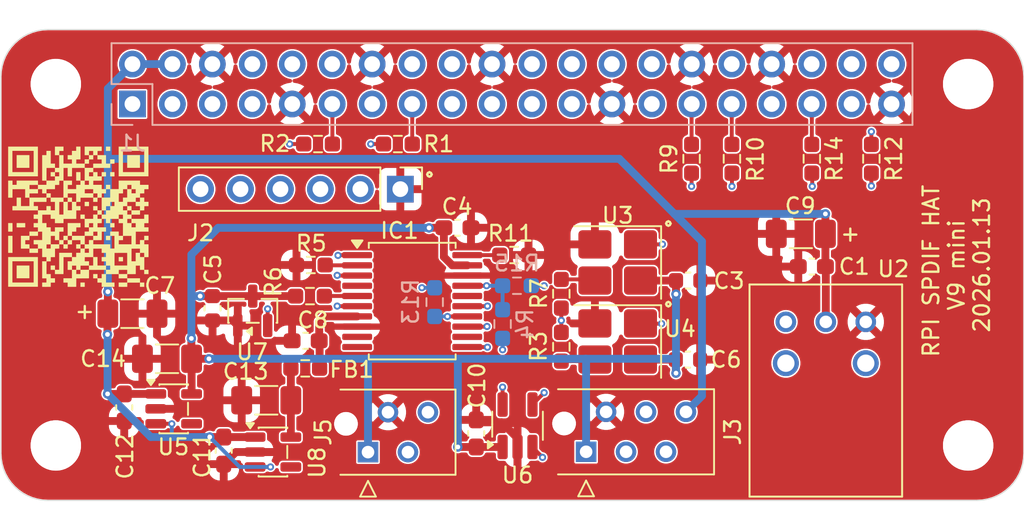
<source format=kicad_pcb>
(kicad_pcb (version 20241229) (generator "pcbnew") (generator_version "9.0")
  (title_block (date "2025-12-20"))
  (layers (0 "F.Cu" signal) (4 "In1.Cu" signal) (6 "In2.Cu" signal) (2 "B.Cu" signal) (13 "F.Paste" user) (15 "B.Paste" user) (5 "F.SilkS" user "F.Silkscreen") (7 "B.SilkS" user "B.Silkscreen") (1 "F.Mask" user) (3 "B.Mask" user) (25 "Edge.Cuts" user))
  (net 0 "")
  (net 1 "GND")
  (net 2 "/GPIO2{slash}SDA1")
  (net 3 "/GPIO3{slash}SCL1")
  (net 4 "/GPIO4{slash}GPCLK0")
  (net 5 "/GPIO14{slash}TXD0")
  (net 6 "/GPIO15{slash}RXD0")
  (net 7 "/GPIO17")
  (net 8 "/GPIO18{slash}PCM.CLK")
  (net 9 "/GPIO27")
  (net 10 "/GPIO22")
  (net 11 "/GPIO23")
  (net 12 "/GPIO26")
  (net 13 "/GPIO24")
  (net 14 "/GPIO10{slash}SPI0.MOSI")
  (net 15 "/GPIO9{slash}SPI0.MISO")
  (net 16 "/GPIO25")
  (net 17 "/GPIO11{slash}SPI0.SCLK")
  (net 18 "/GPIO8{slash}SPI0.CE0")
  (net 19 "/GPIO7{slash}SPI0.CE1")
  (net 20 "/ID_SDA")
  (net 21 "/ID_SCL")
  (net 22 "/GPIO5")
  (net 23 "/GPIO6")
  (net 24 "/GPIO12{slash}PWM0")
  (net 25 "/GPIO13{slash}PWM1")
  (net 26 "/GPIO19{slash}PCM.FS")
  (net 27 "/GPIO16")
  (net 28 "/GPIO20{slash}PCM.DIN")
  (net 29 "/GPIO21{slash}PCM.DOUT")
  (net 30 "+5V")
  (net 31 "+3V3")
  (net 32 "Net-(IC1-XIN)")
  (net 35 "Net-(IC1-GPO0{slash}SWIFMODE)")
  (net 36 "Net-(IC1-CSB{slash}GPO1)")
  (net 37 "Net-(IC1-RESETB)")
  (net 41 "Net-(IC1-RX0)")
  (net 42 "/IRIN")
  (net 43 "Net-(IC1-PVDD)")
  (net 47 "Net-(U4-CLK)")
  (net 48 "Net-(U3-CLK)")
  (net 49 "Net-(U4-INH)")
  (net 50 "Net-(U3-INH)")
  (net 51 "+3.3VP")
  (net 52 "+3.3VA")
  (net 55 "Net-(IC1-DIN)")
  (net 56 "Net-(IC1-BCLK)")
  (net 57 "Net-(IC1-LRCLK)")
  (net 58 "Net-(IC1-TX0)")
  (net 60 "/SPDIF-")
  (net 61 "/SPDIF+")
  (net 63 "Net-(U6-DIN)")
  (net 64 "Net-(U2-VIN)")
  (footprint "Capacitor_SMD:C_1206_3216Metric_Pad1.33x1.80mm_HandSolder" (layer "F.Cu") (at 110.5677 90.983)
    (property "Reference" "C14" (at -4.0653 0 0) (layer "F.SilkS"))
    (property "Value" "10uF/25V")
    (pad "1" smd roundrect (at -1.5625 0) (size 1.325 1.8) (layers "F.Cu" "F.Mask" "F.Paste") (roundrect_rratio 0.188679) (net 1 "GND"))
    (pad "2" smd roundrect (at 1.5625 0) (size 1.325 1.8) (layers "F.Cu" "F.Mask" "F.Paste") (roundrect_rratio 0.188679) (net 31 "+3V3"))
  )
  (footprint "MountingHole:MountingHole_2.7mm_M2.5" (layer "F.Cu") (at 161.5 73.5)
    (property "Reference" "MH2" (hide yes))
    (property "Value" "MountingHole_2.7mm_M2.5" (hide yes))
    (pad "" np_thru_hole circle (at 0 0) (size 3.2 3.2) (drill 3.2) (layers "*.Cu" "*.Mask"))
  )
  (footprint "Capacitor_SMD:C_1206_3216Metric_Pad1.33x1.80mm_HandSolder" (layer "F.Cu") (at 108.3689 88.1128)
    (property "Reference" "C7" (at 1.7403 -1.778 0) (layer "F.SilkS"))
    (property "Value" "47uF/6.3V")
    (pad "1" smd roundrect (at -1.5625 0) (size 1.325 1.8) (layers "F.Cu" "F.Mask" "F.Paste") (roundrect_rratio 0.188679) (net 30 "+5V"))
    (pad "2" smd roundrect (at 1.5625 0) (size 1.325 1.8) (layers "F.Cu" "F.Mask" "F.Paste") (roundrect_rratio 0.188679) (net 1 "GND"))
  )
  (footprint "Resistor_SMD:R_0603_1608Metric_Pad0.98x0.95mm_HandSolder" (layer "F.Cu") (at 120.1695 77.3178)
    (property "Reference" "R2" (at -2.7451 -0.0254 0) (layer "F.SilkS"))
    (property "Value" "0R")
    (pad "1" smd roundrect (at -0.9125 0) (size 0.975 0.95) (layers "F.Cu" "F.Mask" "F.Paste") (net 42 "/IRIN"))
    (pad "2" smd roundrect (at 0.9125 0) (size 0.975 0.95) (layers "F.Cu" "F.Mask" "F.Paste") (net 7 "/GPIO17"))
  )
  (footprint "Resistor_SMD:R_0603_1608Metric_Pad0.98x0.95mm_HandSolder" (layer "F.Cu") (at 119.6577 86.9952 180)
    (property "Reference" "R6" (at 2.3349 0.9144 90) (layer "F.SilkS"))
    (property "Value" "10k")
    (pad "1" smd roundrect (at -0.9125 0 180) (size 0.975 0.95) (layers "F.Cu" "F.Mask" "F.Paste") (net 36 "Net-(IC1-CSB{slash}GPO1)"))
    (pad "2" smd roundrect (at 0.9125 0 180) (size 0.975 0.95) (layers "F.Cu" "F.Mask" "F.Paste") (net 31 "+3V3"))
  )
  (footprint "Capacitor_SMD:C_0603_1608Metric_Pad1.08x0.95mm_HandSolder" (layer "F.Cu") (at 130.226 95.7339 -90)
    (property "Reference" "C10" (at -3.0441 -0.0508 90) (layer "F.SilkS"))
    (property "Value" "1uF/25V")
    (pad "1" smd roundrect (at -0.8625 0 270) (size 1.075 0.95) (layers "F.Cu" "F.Mask" "F.Paste") (net 1 "GND"))
    (pad "2" smd roundrect (at 0.8625 0 270) (size 1.075 0.95) (layers "F.Cu" "F.Mask" "F.Paste") (net 31 "+3V3"))
  )
  (footprint "Resistor_SMD:R_0603_1608Metric_Pad0.98x0.95mm_HandSolder" (layer "F.Cu") (at 155.3466 78.2557 -90)
    (property "Reference" "R12" (at 0 -1.43 90) (layer "F.SilkS"))
    (property "Value" "33R")
    (pad "1" smd roundrect (at -0.9125 0 270) (size 0.975 0.95) (layers "F.Cu" "F.Mask" "F.Paste") (net 29 "/GPIO21{slash}PCM.DOUT"))
    (pad "2" smd roundrect (at 0.9125 0 270) (size 0.975 0.95) (layers "F.Cu" "F.Mask" "F.Paste") (net 55 "Net-(IC1-DIN)"))
  )
  (footprint "Package_TO_SOT_SMD:SOT-23-5" (layer "F.Cu") (at 117.3029 96.9164)
    (property "Reference" "U8" (at 2.8139 0.6706 90) (layer "F.SilkS"))
    (property "Value" "NCP163ASN330T1G")
    (pad "1" smd roundrect (at -1.1375 -0.95) (size 1.325 0.6) (layers "F.Cu" "F.Mask" "F.Paste") (net 30 "+5V"))
    (pad "2" smd roundrect (at -1.1375 0) (size 1.325 0.6) (layers "F.Cu" "F.Mask" "F.Paste") (net 1 "GND"))
    (pad "3" smd roundrect (at -1.1375 0.95) (size 1.325 0.6) (layers "F.Cu" "F.Mask" "F.Paste") (net 30 "+5V"))
    (pad "4" smd roundrect (at 1.1375 0.95) (size 1.325 0.6) (layers "F.Cu" "F.Mask" "F.Paste"))
    (pad "5" smd roundrect (at 1.1375 -0.95) (size 1.325 0.6) (layers "F.Cu" "F.Mask" "F.Paste") (net 52 "+3.3VA"))
  )
  (footprint "Capacitor_SMD:C_1206_3216Metric_Pad1.33x1.80mm_HandSolder" (layer "F.Cu") (at 150.8631 83.0328 180)
    (property "Reference" "C9" (at 0.0377 1.778 0) (layer "F.SilkS"))
    (property "Value" "47uF/6.3V")
    (pad "1" smd roundrect (at -1.5625 0 180) (size 1.325 1.8) (layers "F.Cu" "F.Mask" "F.Paste") (roundrect_rratio 0.188679) (net 30 "+5V"))
    (pad "2" smd roundrect (at 1.5625 0 180) (size 1.325 1.8) (layers "F.Cu" "F.Mask" "F.Paste") (roundrect_rratio 0.188679) (net 1 "GND"))
  )
  (footprint "Capacitor_SMD:C_0603_1608Metric_Pad1.08x0.95mm_HandSolder" (layer "F.Cu") (at 107.8486 94.0807 90)
    (property "Reference" "C12" (at -3.1253 0.0508 90) (layer "F.SilkS"))
    (property "Value" "1uF/25V")
    (pad "1" smd roundrect (at -0.8625 0 90) (size 1.075 0.95) (layers "F.Cu" "F.Mask" "F.Paste") (net 1 "GND"))
    (pad "2" smd roundrect (at 0.8625 0 90) (size 1.075 0.95) (layers "F.Cu" "F.Mask" "F.Paste") (net 30 "+5V"))
  )
  (footprint "Resistor_SMD:R_0603_1608Metric_Pad0.98x0.95mm_HandSolder" (layer "F.Cu") (at 132.6371 84.379)
    (property "Reference" "R11" (at -0.2267 -1.3716 0) (layer "F.SilkS"))
    (property "Value" "10k")
    (pad "1" smd roundrect (at -0.9125 0) (size 0.975 0.95) (layers "F.Cu" "F.Mask" "F.Paste") (net 41 "Net-(IC1-RX0)"))
    (pad "2" smd roundrect (at 0.9125 0) (size 0.975 0.95) (layers "F.Cu" "F.Mask" "F.Paste") (net 1 "GND"))
  )
  (footprint "Resistor_SMD:R_0603_1608Metric_Pad0.98x0.95mm_HandSolder" (layer "F.Cu") (at 119.7123 85.014 180)
    (property "Reference" "R5" (at -0.0235 1.3716 0) (layer "F.SilkS"))
    (property "Value" "10k")
    (pad "1" smd roundrect (at -0.9125 0 180) (size 0.975 0.95) (layers "F.Cu" "F.Mask" "F.Paste") (net 35 "Net-(IC1-GPO0{slash}SWIFMODE)"))
    (pad "2" smd roundrect (at 0.9125 0 180) (size 0.975 0.95) (layers "F.Cu" "F.Mask" "F.Paste") (net 1 "GND"))
  )
  (footprint "Resistor_SMD:R_0603_1608Metric_Pad0.98x0.95mm_HandSolder" (layer "F.Cu") (at 143.9166 78.2557 90)
    (property "Reference" "R9" (at 0 -1.43 90) (layer "F.SilkS"))
    (property "Value" "0R")
    (pad "1" smd roundrect (at -0.9125 0 90) (size 0.975 0.95) (layers "F.Cu" "F.Mask" "F.Paste") (net 49 "Net-(U4-INH)"))
    (pad "2" smd roundrect (at 0.9125 0 90) (size 0.975 0.95) (layers "F.Cu" "F.Mask" "F.Paste") (net 22 "/GPIO5"))
  )
  (footprint "Connector_PinHeader_2.54mm:PinHeader_1x06_P2.54mm_Vertical" (layer "F.Cu") (at 125.4 80.188 -90)
    (property "Reference" "J2" (at 2.794 12.7 180) (layer "F.SilkS"))
    (property "Value" "TTL-232R-3V3")
    (pad "1" thru_hole rect (at 0 0 270) (size 1.7 1.7) (drill 1) (layers "*.Cu" "*.Mask") (net 1 "GND"))
    (pad "2" thru_hole circle (at 0 2.54 270) (size 1.7 1.7) (drill 1) (layers "*.Cu" "*.Mask"))
    (pad "3" thru_hole circle (at 0 5.08 270) (size 1.7 1.7) (drill 1) (layers "*.Cu" "*.Mask"))
    (pad "4" thru_hole circle (at 0 7.62 270) (size 1.7 1.7) (drill 1) (layers "*.Cu" "*.Mask") (net 6 "/GPIO15{slash}RXD0"))
    (pad "5" thru_hole circle (at 0 10.16 270) (size 1.7 1.7) (drill 1) (layers "*.Cu" "*.Mask") (net 5 "/GPIO14{slash}TXD0"))
    (pad "6" thru_hole circle (at 0 12.7 270) (size 1.7 1.7) (drill 1) (layers "*.Cu" "*.Mask"))
  )
  (footprint "Resistor_SMD:R_0603_1608Metric_Pad0.98x0.95mm_HandSolder" (layer "F.Cu") (at 146.482 78.2557 90)
    (property "Reference" "R10" (at -0.0273 1.4986 90) (layer "F.SilkS"))
    (property "Value" "0R")
    (pad "1" smd roundrect (at -0.9125 0 90) (size 0.975 0.95) (layers "F.Cu" "F.Mask" "F.Paste") (net 50 "Net-(U3-INH)"))
    (pad "2" smd roundrect (at 0.9125 0 90) (size 0.975 0.95) (layers "F.Cu" "F.Mask" "F.Paste") (net 23 "/GPIO6"))
  )
  (footprint "MountingHole:MountingHole_2.7mm_M2.5" (layer "F.Cu") (at 103.5 96.5)
    (property "Reference" "MH3" (hide yes))
    (property "Value" "MountingHole_2.7mm_M2.5" (hide yes))
    (pad "" np_thru_hole circle (at 0 0) (size 3.2 3.2) (drill 3.2) (layers "*.Cu" "*.Mask"))
  )
  (footprint "Capacitor_SMD:C_0603_1608Metric_Pad1.08x0.95mm_HandSolder" (layer "F.Cu") (at 114.1732 96.8261 90)
    (property "Reference" "C11" (at -0.3037 -1.3716 90) (layer "F.SilkS"))
    (property "Value" "1uF/25V")
    (pad "1" smd roundrect (at -0.8625 0 90) (size 1.075 0.95) (layers "F.Cu" "F.Mask" "F.Paste") (net 1 "GND"))
    (pad "2" smd roundrect (at 0.8625 0 90) (size 1.075 0.95) (layers "F.Cu" "F.Mask" "F.Paste") (net 30 "+5V"))
  )
  (footprint "Package_TO_SOT_SMD:SOT-23-5" (layer "F.Cu") (at 110.9927 94.1682)
    (property "Reference" "U5" (at -0.0199 2.4282 0) (layer "F.SilkS"))
    (property "Value" "NCP163ASN330T1G")
    (pad "1" smd roundrect (at -1.1375 -0.95) (size 1.325 0.6) (layers "F.Cu" "F.Mask" "F.Paste") (net 30 "+5V"))
    (pad "2" smd roundrect (at -1.1375 0) (size 1.325 0.6) (layers "F.Cu" "F.Mask" "F.Paste") (net 1 "GND"))
    (pad "3" smd roundrect (at -1.1375 0.95) (size 1.325 0.6) (layers "F.Cu" "F.Mask" "F.Paste") (net 30 "+5V"))
    (pad "4" smd roundrect (at 1.1375 0.95) (size 1.325 0.6) (layers "F.Cu" "F.Mask" "F.Paste"))
    (pad "5" smd roundrect (at 1.1375 -0.95) (size 1.325 0.6) (layers "F.Cu" "F.Mask" "F.Paste") (net 31 "+3V3"))
  )
  (footprint "MountingHole:MountingHole_2.7mm_M2.5" (layer "F.Cu") (at 103.5 73.5)
    (property "Reference" "MH1" (hide yes))
    (property "Value" "MountingHole_2.7mm_M2.5" (hide yes))
    (pad "" np_thru_hole circle (at 0 0) (size 3.2 3.2) (drill 3.2) (layers "*.Cu" "*.Mask"))
  )
  (footprint "LOGO" (layer "F.Cu") (at 104.9276 81.9406)
    (property "Reference" "G***" (hide yes))
    (property "Value" "LOGO" (hide yes))
  )
  (footprint "Capacitor_SMD:C_0603_1608Metric" (layer "F.Cu") (at 143.688 91.0338)
    (property "Reference" "C6" (at 2.4254 0 0) (layer "F.SilkS"))
    (property "Value" "1uF/25V")
    (pad "1" smd roundrect (at -0.775 0) (size 0.9 0.95) (layers "F.Cu" "F.Mask" "F.Paste") (net 31 "+3V3"))
    (pad "2" smd roundrect (at 0.775 0) (size 0.9 0.95) (layers "F.Cu" "F.Mask" "F.Paste") (net 1 "GND"))
  )
  (footprint "Capacitor_SMD:C_0603_1608Metric_Pad1.08x0.95mm_HandSolder" (layer "F.Cu") (at 129.0311 82.644045 180)
    (property "Reference" "C4" (at 0.0243 1.338445 180) (layer "F.SilkS"))
    (property "Value" "1uF/25V")
    (pad "1" smd roundrect (at -0.8625 0 180) (size 1.075 0.95) (layers "F.Cu" "F.Mask" "F.Paste") (net 1 "GND"))
    (pad "2" smd roundrect (at 0.8625 0 180) (size 1.075 0.95) (layers "F.Cu" "F.Mask" "F.Paste") (net 31 "+3V3"))
  )
  (footprint "Resistor_SMD:R_0603_1608Metric_Pad0.98x0.95mm_HandSolder" (layer "F.Cu") (at 135.6362 86.8447 90)
    (property "Reference" "R7" (at 0 -1.43 90) (layer "F.SilkS"))
    (property "Value" "33R")
    (pad "1" smd roundrect (at -0.9125 0 90) (size 0.975 0.95) (layers "F.Cu" "F.Mask" "F.Paste") (net 32 "Net-(IC1-XIN)"))
    (pad "2" smd roundrect (at 0.9125 0 90) (size 0.975 0.95) (layers "F.Cu" "F.Mask" "F.Paste") (net 48 "Net-(U3-CLK)"))
  )
  (footprint "Connector_TE-Connectivity:TE_Micro-MaTch_215079-4_2x02_P1.27mm_Vertical" (layer "F.Cu") (at 123.3456 96.9232 90)
    (property "Reference" "J5" (at 1.27 -2.85 90) (layer "F.SilkS"))
    (property "Value" "TE MicroMatch")
    (pad "" np_thru_hole circle (at 1.8 -1.4 90) (size 1.5 1.5) (drill 1.5) (layers "*.Cu" "*.Mask"))
    (pad "1" thru_hole rect (at 0 0 90) (size 1.3 1.3) (drill 0.8) (layers "*.Cu" "*.Mask") (net 31 "+3V3"))
    (pad "2" thru_hole circle (at 2.54 1.27 90) (size 1.3 1.3) (drill 0.8) (layers "*.Cu" "*.Mask") (net 1 "GND"))
    (pad "3" thru_hole circle (at 0 2.54 90) (size 1.3 1.3) (drill 0.8) (layers "*.Cu" "*.Mask") (net 42 "/IRIN"))
    (pad "4" thru_hole circle (at 2.54 3.81 90) (size 1.3 1.3) (drill 0.8) (layers "*.Cu" "*.Mask"))
  )
  (footprint "Package_SO:SSOP-20_5.3x7.2mm_P0.65mm" (layer "F.Cu") (at 126.1568 87.312445)
    (property "Reference" "IC1" (at -0.8076 -4.482845 0) (layer "F.SilkS"))
    (property "Value" "WM8804GEDS_V")
    (pad "1" smd roundrect (at -3.5 -2.925) (size 1.9 0.4) (layers "F.Cu" "F.Mask" "F.Paste") (net 3 "/GPIO3{slash}SCL1"))
    (pad "2" smd roundrect (at -3.5 -2.275) (size 1.9 0.4) (layers "F.Cu" "F.Mask" "F.Paste") (net 35 "Net-(IC1-GPO0{slash}SWIFMODE)"))
    (pad "3" smd roundrect (at -3.5 -1.625) (size 1.9 0.4) (layers "F.Cu" "F.Mask" "F.Paste") (net 2 "/GPIO2{slash}SDA1"))
    (pad "4" smd roundrect (at -3.5 -0.975) (size 1.9 0.4) (layers "F.Cu" "F.Mask" "F.Paste"))
    (pad "5" smd roundrect (at -3.5 -0.325) (size 1.9 0.4) (layers "F.Cu" "F.Mask" "F.Paste") (net 36 "Net-(IC1-CSB{slash}GPO1)"))
    (pad "6" smd roundrect (at -3.5 0.325) (size 1.9 0.4) (layers "F.Cu" "F.Mask" "F.Paste") (net 37 "Net-(IC1-RESETB)"))
    (pad "7" smd roundrect (at -3.5 0.975) (size 1.9 0.4) (layers "F.Cu" "F.Mask" "F.Paste") (net 43 "Net-(IC1-PVDD)"))
    (pad "8" smd roundrect (at -3.5 1.625) (size 1.9 0.4) (layers "F.Cu" "F.Mask" "F.Paste") (net 1 "GND"))
    (pad "9" smd roundrect (at -3.5 2.275) (size 1.9 0.4) (layers "F.Cu" "F.Mask" "F.Paste"))
    (pad "10" smd roundrect (at -3.5 2.925) (size 1.9 0.4) (layers "F.Cu" "F.Mask" "F.Paste"))
    (pad "11" smd roundrect (at 3.5 2.925) (size 1.9 0.4) (layers "F.Cu" "F.Mask" "F.Paste") (net 32 "Net-(IC1-XIN)"))
    (pad "12" smd roundrect (at 3.5 2.275) (size 1.9 0.4) (layers "F.Cu" "F.Mask" "F.Paste"))
    (pad "13" smd roundrect (at 3.5 1.625) (size 1.9 0.4) (layers "F.Cu" "F.Mask" "F.Paste") (net 55 "Net-(IC1-DIN)"))
    (pad "14" smd roundrect (at 3.5 0.975) (size 1.9 0.4) (layers "F.Cu" "F.Mask" "F.Paste") (net 56 "Net-(IC1-BCLK)"))
    (pad "15" smd roundrect (at 3.5 0.325) (size 1.9 0.4) (layers "F.Cu" "F.Mask" "F.Paste") (net 57 "Net-(IC1-LRCLK)"))
    (pad "16" smd roundrect (at 3.5 -0.325) (size 1.9 0.4) (layers "F.Cu" "F.Mask" "F.Paste"))
    (pad "17" smd roundrect (at 3.5 -0.975) (size 1.9 0.4) (layers "F.Cu" "F.Mask" "F.Paste") (net 58 "Net-(IC1-TX0)"))
    (pad "18" smd roundrect (at 3.5 -1.625) (size 1.9 0.4) (layers "F.Cu" "F.Mask" "F.Paste") (net 1 "GND"))
    (pad "19" smd roundrect (at 3.5 -2.275) (size 1.9 0.4) (layers "F.Cu" "F.Mask" "F.Paste") (net 31 "+3V3"))
    (pad "20" smd roundrect (at 3.5 -2.925) (size 1.9 0.4) (layers "F.Cu" "F.Mask" "F.Paste") (net 41 "Net-(IC1-RX0)"))
  )
  (footprint "Capacitor_SMD:C_0603_1608Metric_Pad1.08x0.95mm_HandSolder" (layer "F.Cu") (at 119.3813 89.84)
    (property "Reference" "C8" (at 0.4561 -1.3208 0) (layer "F.SilkS"))
    (property "Value" "1uF/25V")
    (pad "1" smd roundrect (at -0.8625 0) (size 1.075 0.95) (layers "F.Cu" "F.Mask" "F.Paste") (net 1 "GND"))
    (pad "2" smd roundrect (at 0.8625 0) (size 1.075 0.95) (layers "F.Cu" "F.Mask" "F.Paste") (net 43 "Net-(IC1-PVDD)"))
  )
  (footprint "Capacitor_SMD:C_0603_1608Metric" (layer "F.Cu") (at 143.701 86.0046)
    (property "Reference" "C3" (at 2.6032 0.0254 0) (layer "F.SilkS"))
    (property "Value" "1uF/25V")
    (pad "1" smd roundrect (at -0.775 0) (size 0.9 0.95) (layers "F.Cu" "F.Mask" "F.Paste") (net 31 "+3V3"))
    (pad "2" smd roundrect (at 0.775 0) (size 0.9 0.95) (layers "F.Cu" "F.Mask" "F.Paste") (net 1 "GND"))
  )
  (footprint "Resistor_SMD:R_0603_1608Metric_Pad0.98x0.95mm_HandSolder" (layer "F.Cu") (at 151.562 78.2557 -90)
    (property "Reference" "R14" (at 0 -1.43 90) (layer "F.SilkS"))
    (property "Value" "33R")
    (pad "1" smd roundrect (at -0.9125 0 270) (size 0.975 0.95) (layers "F.Cu" "F.Mask" "F.Paste") (net 26 "/GPIO19{slash}PCM.FS"))
    (pad "2" smd roundrect (at 0.9125 0 270) (size 0.975 0.95) (layers "F.Cu" "F.Mask" "F.Paste") (net 57 "Net-(IC1-LRCLK)"))
  )
  (footprint "Package_TO_SOT_SMD:SOT-23" (layer "F.Cu") (at 116.0172 87.9327 90)
    (property "Reference" "U7" (at -2.6185 -0.0406 180) (layer "F.SilkS"))
    (property "Value" "APX809S-31SA-7")
    (pad "1" smd roundrect (at -0.9375 -0.95 90) (size 1.475 0.6) (layers "F.Cu" "F.Mask" "F.Paste") (net 1 "GND"))
    (pad "2" smd roundrect (at -0.9375 0.95 90) (size 1.475 0.6) (layers "F.Cu" "F.Mask" "F.Paste") (net 37 "Net-(IC1-RESETB)"))
    (pad "3" smd roundrect (at 0.9375 0 90) (size 1.475 0.6) (layers "F.Cu" "F.Mask" "F.Paste") (net 31 "+3V3"))
  )
  (footprint "MountingHole:MountingHole_2.7mm_M2.5" (layer "F.Cu") (at 161.5 96.5)
    (property "Reference" "MH4" (hide yes))
    (property "Value" "MountingHole_2.7mm_M2.5" (hide yes))
    (pad "" np_thru_hole circle (at 0 0) (size 3.2 3.2) (drill 3.2) (layers "*.Cu" "*.Mask"))
  )
  (footprint "Capacitor_SMD:C_0603_1608Metric" (layer "F.Cu") (at 113.462 87.7702 -90)
    (property "Reference" "C5" (at -2.4768 -0.0254 90) (layer "F.SilkS"))
    (property "Value" "1uF/25V")
    (pad "1" smd roundrect (at -0.775 0 270) (size 0.9 0.95) (layers "F.Cu" "F.Mask" "F.Paste") (net 31 "+3V3"))
    (pad "2" smd roundrect (at 0.775 0 270) (size 0.9 0.95) (layers "F.Cu" "F.Mask" "F.Paste") (net 1 "GND"))
  )
  (footprint "Resistor_SMD:R_0603_1608Metric_Pad0.98x0.95mm_HandSolder" (layer "F.Cu") (at 135.6362 90.2191 -90)
    (property "Reference" "R3" (at -0.0235 1.4478 90) (layer "F.SilkS"))
    (property "Value" "33R")
    (pad "1" smd roundrect (at -0.9125 0 270) (size 0.975 0.95) (layers "F.Cu" "F.Mask" "F.Paste") (net 32 "Net-(IC1-XIN)"))
    (pad "2" smd roundrect (at 0.9125 0 270) (size 0.975 0.95) (layers "F.Cu" "F.Mask" "F.Paste") (net 47 "Net-(U4-CLK)"))
  )
  (footprint "Crystal:Crystal_SMD_3225-4Pin_3.2x2.5mm_HandSoldering" (layer "F.Cu") (at 139.2198 89.8838 180)
    (property "Reference" "U4" (at -3.9602 0.8058 180) (layer "F.SilkS"))
    (property "Value" "KC3225Z22.5792C15XXK")
    (pad "1" smd roundrect (at -1.45 1.15 180) (size 2.1 1.8) (layers "F.Cu" "F.Mask" "F.Paste") (roundrect_rratio 0.138889) (net 49 "Net-(U4-INH)"))
    (pad "2" smd roundrect (at 1.45 1.15 180) (size 2.1 1.8) (layers "F.Cu" "F.Mask" "F.Paste") (roundrect_rratio 0.138889) (net 1 "GND"))
    (pad "3" smd roundrect (at 1.45 -1.15 180) (size 2.1 1.8) (layers "F.Cu" "F.Mask" "F.Paste") (roundrect_rratio 0.138889) (net 47 "Net-(U4-CLK)"))
    (pad "4" smd roundrect (at -1.45 -1.15 180) (size 2.1 1.8) (layers "F.Cu" "F.Mask" "F.Paste") (roundrect_rratio 0.138889) (net 31 "+3V3"))
  )
  (footprint "Capacitor_SMD:C_0603_1608Metric_Pad1.08x0.95mm_HandSolder" (layer "F.Cu") (at 151.5631 85.1156 180)
    (property "Reference" "C1" (at -2.6913 0 0) (layer "F.SilkS"))
    (property "Value" "1uF/25V")
    (pad "1" smd roundrect (at -0.8625 0 180) (size 1.075 0.95) (layers "F.Cu" "F.Mask" "F.Paste") (net 30 "+5V"))
    (pad "2" smd roundrect (at 0.8625 0 180) (size 1.075 0.95) (layers "F.Cu" "F.Mask" "F.Paste") (net 1 "GND"))
  )
  (footprint "Resistor_SMD:R_0603_1608Metric_Pad0.98x0.95mm_HandSolder" (layer "F.Cu") (at 125.2457 77.3178)
    (property "Reference" "R1" (at 2.5927 0 0) (layer "F.SilkS"))
    (property "Value" "0R")
    (pad "1" smd roundrect (at -0.9125 0) (size 0.975 0.95) (layers "F.Cu" "F.Mask" "F.Paste") (net 42 "/IRIN"))
    (pad "2" smd roundrect (at 0.9125 0) (size 0.975 0.95) (layers "F.Cu" "F.Mask" "F.Paste") (net 10 "/GPIO22"))
  )
  (footprint "Capacitor_SMD:C_1206_3216Metric_Pad1.33x1.80mm_HandSolder" (layer "F.Cu") (at 116.8779 93.6246)
    (property "Reference" "C13" (at -1.3077 -1.8288 0) (layer "F.SilkS"))
    (property "Value" "10uF/25V")
    (pad "1" smd roundrect (at -1.5625 0) (size 1.325 1.8) (layers "F.Cu" "F.Mask" "F.Paste") (roundrect_rratio 0.188679) (net 1 "GND"))
    (pad "2" smd roundrect (at 1.5625 0) (size 1.325 1.8) (layers "F.Cu" "F.Mask" "F.Paste") (roundrect_rratio 0.188679) (net 52 "+3.3VA"))
  )
  (footprint "Package_TO_SOT_SMD:SOT-23-5_HandSoldering" (layer "F.Cu") (at 132.8524 95.2464 90)
    (property "Reference" "U6" (at -3.1432 0 180) (layer "F.SilkS"))
    (property "Value" "FIN1001")
    (pad "1" smd roundrect (at -1.35 -0.95 90) (size 1.56 0.65) (layers "F.Cu" "F.Mask" "F.Paste") (net 31 "+3V3"))
    (pad "2" smd roundrect (at -1.35 0 90) (size 1.56 0.65) (layers "F.Cu" "F.Mask" "F.Paste") (net 1 "GND"))
    (pad "3" smd roundrect (at -1.35 0.95 90) (size 1.56 0.65) (layers "F.Cu" "F.Mask" "F.Paste") (net 60 "/SPDIF-"))
    (pad "4" smd roundrect (at 1.35 0.95 90) (size 1.56 0.65) (layers "F.Cu" "F.Mask" "F.Paste") (net 61 "/SPDIF+"))
    (pad "5" smd roundrect (at 1.35 -0.95 90) (size 1.56 0.65) (layers "F.Cu" "F.Mask" "F.Paste") (net 63 "Net-(U6-DIN)"))
  )
  (footprint "Crystal:Crystal_SMD_3225-4Pin_3.2x2.5mm_HandSoldering" (layer "F.Cu") (at 139.2198 84.8546 180)
    (property "Reference" "U3" (at 0.0022 2.9902 180) (layer "F.SilkS"))
    (property "Value" "KC3225Z24.5760C1KX00")
    (pad "1" smd roundrect (at -1.45 1.15 180) (size 2.1 1.8) (layers "F.Cu" "F.Mask" "F.Paste") (roundrect_rratio 0.138889) (net 50 "Net-(U3-INH)"))
    (pad "2" smd roundrect (at 1.45 1.15 180) (size 2.1 1.8) (layers "F.Cu" "F.Mask" "F.Paste") (roundrect_rratio 0.138889) (net 1 "GND"))
    (pad "3" smd roundrect (at 1.45 -1.15 180) (size 2.1 1.8) (layers "F.Cu" "F.Mask" "F.Paste") (roundrect_rratio 0.138889) (net 48 "Net-(U3-CLK)"))
    (pad "4" smd roundrect (at -1.45 -1.15 180) (size 2.1 1.8) (layers "F.Cu" "F.Mask" "F.Paste") (roundrect_rratio 0.138889) (net 31 "+3V3"))
  )
  (footprint "Connector_TE-Connectivity:TE_Micro-MaTch_215079-6_2x03_P1.27mm_Vertical" (layer "F.Cu") (at 137.211 96.9012 90)
    (property "Reference" "J3" (at 1.27 9.3218 90) (layer "F.SilkS"))
    (property "Value" "TE MicroMatch")
    (pad "" np_thru_hole circle (at 1.8 -1.4 90) (size 1.5 1.5) (drill 1.5) (layers "*.Cu" "*.Mask"))
    (pad "1" thru_hole rect (at 0 0 90) (size 1.3 1.3) (drill 0.8) (layers "*.Cu" "*.Mask") (net 31 "+3V3"))
    (pad "2" thru_hole circle (at 2.54 1.27 90) (size 1.3 1.3) (drill 0.8) (layers "*.Cu" "*.Mask") (net 1 "GND"))
    (pad "3" thru_hole circle (at 0 2.54 90) (size 1.3 1.3) (drill 0.8) (layers "*.Cu" "*.Mask") (net 60 "/SPDIF-"))
    (pad "4" thru_hole circle (at 2.54 3.81 90) (size 1.3 1.3) (drill 0.8) (layers "*.Cu" "*.Mask") (net 61 "/SPDIF+"))
    (pad "5" thru_hole circle (at 0 5.08 90) (size 1.3 1.3) (drill 0.8) (layers "*.Cu" "*.Mask"))
    (pad "6" thru_hole circle (at 2.54 6.35 90) (size 1.3 1.3) (drill 0.8) (layers "*.Cu" "*.Mask") (net 30 "+5V"))
  )
  (footprint "kicad-snk:PLR135-T10_PLT133-T10W" (layer "F.Cu") (at 152.451 91.265 180)
    (property "Reference" "U2" (at -4.2926 5.997 0) (layer "F.SilkS"))
    (property "Value" "PLT237/T10WH")
    (pad "1" thru_hole circle (at 2.54 2.63 180) (size 1.308 1.308) (drill 0.8) (layers "*.Cu" "*.Mask") (net 64 "Net-(U2-VIN)"))
    (pad "2" thru_hole circle (at 0 2.63 180) (size 1.308 1.308) (drill 0.8) (layers "*.Cu" "*.Mask") (net 30 "+5V"))
    (pad "3" thru_hole circle (at -2.54 2.63 180) (size 1.308 1.308) (drill 0.8) (layers "*.Cu" "*.Mask") (net 1 "GND"))
    (pad "NC1" thru_hole circle (at 2.54 0 180) (size 1.65 1.65) (drill 1.1) (layers "*.Cu" "*.Mask"))
    (pad "NC2" thru_hole circle (at -2.54 0 180) (size 1.65 1.65) (drill 1.1) (layers "*.Cu" "*.Mask"))
  )
  (footprint "Resistor_SMD:R_0603_1608Metric_Pad0.98x0.95mm_HandSolder" (layer "F.Cu") (at 119.3567 91.5926 180)
    (property "Reference" "FB1" (at -2.9445 -0.0762 0) (layer "F.SilkS"))
    (property "Value" "1k@100MHz")
    (pad "1" smd roundrect (at -0.9125 0 180) (size 0.975 0.95) (layers "F.Cu" "F.Mask" "F.Paste") (net 43 "Net-(IC1-PVDD)"))
    (pad "2" smd roundrect (at 0.9125 0 180) (size 0.975 0.95) (layers "F.Cu" "F.Mask" "F.Paste") (net 52 "+3.3VA"))
  )
  (footprint "Connector_PinSocket_2.54mm:PinSocket_2x20_P2.54mm_Vertical" (layer "B.Cu") (at 108.37 74.77 -90)
    (property "Reference" "J1" (at 2.5 0 0) (layer "B.SilkS") (effects (justify mirror)))
    (property "Value" "GPIO")
    (pad "1" thru_hole rect (at 0 0 270) (size 1.7 1.7) (drill 1) (layers "*.Cu" "*.Mask") (net 51 "+3.3VP"))
    (pad "2" thru_hole circle (at -2.54 0 270) (size 1.7 1.7) (drill 1) (layers "*.Cu" "*.Mask") (net 30 "+5V"))
    (pad "3" thru_hole circle (at 0 -2.54 270) (size 1.7 1.7) (drill 1) (layers "*.Cu" "*.Mask") (net 2 "/GPIO2{slash}SDA1"))
    (pad "4" thru_hole circle (at -2.54 -2.54 270) (size 1.7 1.7) (drill 1) (layers "*.Cu" "*.Mask") (net 30 "+5V"))
    (pad "5" thru_hole circle (at 0 -5.08 270) (size 1.7 1.7) (drill 1) (layers "*.Cu" "*.Mask") (net 3 "/GPIO3{slash}SCL1"))
    (pad "6" thru_hole circle (at -2.54 -5.08 270) (size 1.7 1.7) (drill 1) (layers "*.Cu" "*.Mask") (net 1 "GND"))
    (pad "7" thru_hole circle (at 0 -7.62 270) (size 1.7 1.7) (drill 1) (layers "*.Cu" "*.Mask") (net 4 "/GPIO4{slash}GPCLK0"))
    (pad "8" thru_hole circle (at -2.54 -7.62 270) (size 1.7 1.7) (drill 1) (layers "*.Cu" "*.Mask") (net 5 "/GPIO14{slash}TXD0"))
    (pad "9" thru_hole circle (at 0 -10.16 270) (size 1.7 1.7) (drill 1) (layers "*.Cu" "*.Mask") (net 1 "GND"))
    (pad "10" thru_hole circle (at -2.54 -10.16 270) (size 1.7 1.7) (drill 1) (layers "*.Cu" "*.Mask") (net 6 "/GPIO15{slash}RXD0"))
    (pad "11" thru_hole circle (at 0 -12.7 270) (size 1.7 1.7) (drill 1) (layers "*.Cu" "*.Mask") (net 7 "/GPIO17"))
    (pad "12" thru_hole circle (at -2.54 -12.7 270) (size 1.7 1.7) (drill 1) (layers "*.Cu" "*.Mask") (net 8 "/GPIO18{slash}PCM.CLK"))
    (pad "13" thru_hole circle (at 0 -15.24 270) (size 1.7 1.7) (drill 1) (layers "*.Cu" "*.Mask") (net 9 "/GPIO27"))
    (pad "14" thru_hole circle (at -2.54 -15.24 270) (size 1.7 1.7) (drill 1) (layers "*.Cu" "*.Mask") (net 1 "GND"))
    (pad "15" thru_hole circle (at 0 -17.78 270) (size 1.7 1.7) (drill 1) (layers "*.Cu" "*.Mask") (net 10 "/GPIO22"))
    (pad "16" thru_hole circle (at -2.54 -17.78 270) (size 1.7 1.7) (drill 1) (layers "*.Cu" "*.Mask") (net 11 "/GPIO23"))
    (pad "17" thru_hole circle (at 0 -20.32 270) (size 1.7 1.7) (drill 1) (layers "*.Cu" "*.Mask") (net 51 "+3.3VP"))
    (pad "18" thru_hole circle (at -2.54 -20.32 270) (size 1.7 1.7) (drill 1) (layers "*.Cu" "*.Mask") (net 13 "/GPIO24"))
    (pad "19" thru_hole circle (at 0 -22.86 270) (size 1.7 1.7) (drill 1) (layers "*.Cu" "*.Mask") (net 14 "/GPIO10{slash}SPI0.MOSI"))
    (pad "20" thru_hole circle (at -2.54 -22.86 270) (size 1.7 1.7) (drill 1) (layers "*.Cu" "*.Mask") (net 1 "GND"))
    (pad "21" thru_hole circle (at 0 -25.4 270) (size 1.7 1.7) (drill 1) (layers "*.Cu" "*.Mask") (net 15 "/GPIO9{slash}SPI0.MISO"))
    (pad "22" thru_hole circle (at -2.54 -25.4 270) (size 1.7 1.7) (drill 1) (layers "*.Cu" "*.Mask") (net 16 "/GPIO25"))
    (pad "23" thru_hole circle (at 0 -27.94 270) (size 1.7 1.7) (drill 1) (layers "*.Cu" "*.Mask") (net 17 "/GPIO11{slash}SPI0.SCLK"))
    (pad "24" thru_hole circle (at -2.54 -27.94 270) (size 1.7 1.7) (drill 1) (layers "*.Cu" "*.Mask") (net 18 "/GPIO8{slash}SPI0.CE0"))
    (pad "25" thru_hole circle (at 0 -30.48 270) (size 1.7 1.7) (drill 1) (layers "*.Cu" "*.Mask") (net 1 "GND"))
    (pad "26" thru_hole circle (at -2.54 -30.48 270) (size 1.7 1.7) (drill 1) (layers "*.Cu" "*.Mask") (net 19 "/GPIO7{slash}SPI0.CE1"))
    (pad "27" thru_hole circle (at 0 -33.02 270) (size 1.7 1.7) (drill 1) (layers "*.Cu" "*.Mask") (net 20 "/ID_SDA"))
    (pad "28" thru_hole circle (at -2.54 -33.02 270) (size 1.7 1.7) (drill 1) (layers "*.Cu" "*.Mask") (net 21 "/ID_SCL"))
    (pad "29" thru_hole circle (at 0 -35.56 270) (size 1.7 1.7) (drill 1) (layers "*.Cu" "*.Mask") (net 22 "/GPIO5"))
    (pad "30" thru_hole circle (at -2.54 -35.56 270) (size 1.7 1.7) (drill 1) (layers "*.Cu" "*.Mask") (net 1 "GND"))
    (pad "31" thru_hole circle (at 0 -38.1 270) (size 1.7 1.7) (drill 1) (layers "*.Cu" "*.Mask") (net 23 "/GPIO6"))
    (pad "32" thru_hole circle (at -2.54 -38.1 270) (size 1.7 1.7) (drill 1) (layers "*.Cu" "*.Mask") (net 24 "/GPIO12{slash}PWM0"))
    (pad "33" thru_hole circle (at 0 -40.64 270) (size 1.7 1.7) (drill 1) (layers "*.Cu" "*.Mask") (net 25 "/GPIO13{slash}PWM1"))
    (pad "34" thru_hole circle (at -2.54 -40.64 270) (size 1.7 1.7) (drill 1) (layers "*.Cu" "*.Mask") (net 1 "GND"))
    (pad "35" thru_hole circle (at 0 -43.18 270) (size 1.7 1.7) (drill 1) (layers "*.Cu" "*.Mask") (net 26 "/GPIO19{slash}PCM.FS"))
    (pad "36" thru_hole circle (at -2.54 -43.18 270) (size 1.7 1.7) (drill 1) (layers "*.Cu" "*.Mask") (net 27 "/GPIO16"))
    (pad "37" thru_hole circle (at 0 -45.72 270) (size 1.7 1.7) (drill 1) (layers "*.Cu" "*.Mask") (net 12 "/GPIO26"))
    (pad "38" thru_hole circle (at -2.54 -45.72 270) (size 1.7 1.7) (drill 1) (layers "*.Cu" "*.Mask") (net 28 "/GPIO20{slash}PCM.DIN"))
    (pad "39" thru_hole circle (at 0 -48.26 270) (size 1.7 1.7) (drill 1) (layers "*.Cu" "*.Mask") (net 1 "GND"))
    (pad "40" thru_hole circle (at -2.54 -48.26 270) (size 1.7 1.7) (drill 1) (layers "*.Cu" "*.Mask") (net 29 "/GPIO21{slash}PCM.DOUT"))
  )
  (footprint "Resistor_SMD:R_0603_1608Metric_Pad0.98x0.95mm_HandSolder" (layer "B.Cu") (at 131.9024 88.7713 90)
    (property "Reference" "R4" (at 0 1.43 90) (layer "B.SilkS") (effects (justify mirror)))
    (property "Value" "0R")
    (pad "1" smd roundrect (at -0.9125 0 90) (size 0.975 0.95) (layers "B.Cu" "B.Mask" "B.Paste") (net 63 "Net-(U6-DIN)"))
    (pad "2" smd roundrect (at 0.9125 0 90) (size 0.975 0.95) (layers "B.Cu" "B.Mask" "B.Paste") (net 58 "Net-(IC1-TX0)"))
  )
  (footprint "Resistor_SMD:R_0603_1608Metric_Pad0.98x0.95mm_HandSolder" (layer "B.Cu") (at 132.8149 86.3348 180)
    (property "Reference" "R15" (at 0 1.43 0) (layer "B.SilkS") (effects (justify mirror)))
    (property "Value" "0R")
    (pad "1" smd roundrect (at -0.9125 0 180) (size 0.975 0.95) (layers "B.Cu" "B.Mask" "B.Paste") (net 64 "Net-(U2-VIN)"))
    (pad "2" smd roundrect (at 0.9125 0 180) (size 0.975 0.95) (layers "B.Cu" "B.Mask" "B.Paste") (net 58 "Net-(IC1-TX0)"))
  )
  (footprint "Resistor_SMD:R_0603_1608Metric_Pad0.98x0.95mm_HandSolder" (layer "B.Cu") (at 127.5844 87.3781 -90)
    (property "Reference" "R13" (at -0.0273 1.524 90) (layer "B.SilkS") (effects (justify mirror)))
    (property "Value" "33R")
    (pad "1" smd roundrect (at -0.9125 0 270) (size 0.975 0.95) (layers "B.Cu" "B.Mask" "B.Paste") (net 8 "/GPIO18{slash}PCM.CLK"))
    (pad "2" smd roundrect (at 0.9125 0 270) (size 0.975 0.95) (layers "B.Cu" "B.Mask" "B.Paste") (net 56 "Net-(IC1-BCLK)"))
  )
  (gr_arc (start 103 100) (mid 100.87868 99.12132) (end 100 97) (stroke (width 0.05)) (layer "Edge.Cuts"))
  (gr_arc (start 100 73.028) (mid 100.87868 70.90668) (end 103 70.028) (stroke (width 0.05)) (layer "Edge.Cuts"))
  (gr_line (start 103 70.028) (end 162.0494 70.028) (stroke (width 0.05)) (layer "Edge.Cuts"))
  (gr_arc (start 162.0494 70.028) (mid 164.17072 70.90668) (end 165.0494 73.028) (stroke (width 0.05)) (layer "Edge.Cuts"))
  (gr_arc (start 165.0494 97) (mid 164.17072 99.12132) (end 162.0494 100) (stroke (width 0.05)) (layer "Edge.Cuts"))
  (gr_line (start 100 97) (end 100 73.028) (stroke (width 0.05)) (layer "Edge.Cuts"))
  (gr_line (start 165.0494 73.028) (end 165.0494 97) (stroke (width 0.05)) (layer "Edge.Cuts"))
  (gr_line (start 162.0494 100) (end 103 100) (stroke (width 0.05)) (layer "Edge.Cuts"))
  (gr_text "°" (at 126.7716 80.2388 0) (layer "F.SilkS") (effects (font (size 1 1)) (justify left bottom)))
  (gr_text "+" (at 153.2892 83.5916 0) (layer "F.SilkS") (effects (font (size 1 1)) (justify left bottom)))
  (gr_text "°" (at 141.9608 83.363 0) (layer "F.SilkS") (effects (font (size 1 1)) (justify left bottom)))
  (gr_text "+" (at 104.6228 88.5192 0) (layer "F.SilkS") (effects (font (size 1 1)) (justify left bottom)))
  (gr_text "°" (at 141.9608 88.4938 0) (layer "F.SilkS") (effects (font (size 1 1)) (justify left bottom)))
  (gr_text "RPI SPDIF HAT \nV9 mini\n2026.01.13" (at 160.7568 85.014 90) (layer "F.SilkS") (effects (font (size 1 1))))
  (segment (start 114.9454 96.9164) (end 114.1732 97.6886) (width 0.5) (layer "F.Cu") (net 1))
  (segment (start 114.7422 88.5452) (end 115.0672 88.8702) (width 0.5) (layer "F.Cu") (net 1))
  (segment (start 116.1654 96.9164) (end 114.9454 96.9164) (width 0.5) (layer "F.Cu") (net 1))
  (segment (start 132.8524 98.3896) (end 132.512 98.73) (width 0.5) (layer "F.Cu") (net 1))
  (segment (start 132.8524 96.035698) (end 131.844102 95.0274) (width 0.5) (layer "F.Cu") (net 1))
  (segment (start 132.8524 96.5964) (end 132.8524 98.3896) (width 0.5) (layer "F.Cu") (net 1))
  (segment (start 113.462 88.5452) (end 114.7422 88.5452) (width 0.5) (layer "F.Cu") (net 1))
  (segment (start 131.844102 95.0274) (end 130.382 95.0274) (width 0.5) (layer "F.Cu") (net 1))
  (segment (start 116.1654 96.9164) (end 117.5616 96.9164) (width 0.5) (layer "F.Cu") (net 1))
  (segment (start 130.382 95.0274) (end 130.226 94.8714) (width 0.5) (layer "F.Cu") (net 1))
  (segment (start 132.8524 96.5964) (end 132.8524 96.035698) (width 0.5) (layer "F.Cu") (net 1))
  (segment (start 117.5768 96.9012) (end 117.5616 96.9164) (width 0.5) (layer "F.Cu") (net 1))
  (segment (start 122.6568 85.687445) (end 121.399845 85.687445) (width 0.25) (layer "F.Cu") (net 2))
  (segment (start 121.399845 85.687445) (end 121.3868 85.6744) (width 0.25) (layer "F.Cu") (net 2))
  (via (at 121.3868 85.6744) (size 0.45) (drill 0.225) (layers "F.Cu" "B.Cu") (net 2))
  (segment (start 122.6568 84.387445) (end 121.454555 84.387445) (width 0.25) (layer "F.Cu") (net 3))
  (segment (start 121.454555 84.387445) (end 121.4376 84.4044) (width 0.25) (layer "F.Cu") (net 3))
  (via (at 121.4376 84.4044) (size 0.45) (drill 0.225) (layers "F.Cu" "B.Cu") (net 3))
  (segment (start 121.082 74.782) (end 121.07 74.77) (width 0.25) (layer "F.Cu") (net 7))
  (segment (start 121.082 77.3178) (end 121.082 74.782) (width 0.25) (layer "F.Cu") (net 7))
  (via (at 126.7716 86.4618) (size 0.45) (drill 0.225) (layers "F.Cu" "B.Cu") (net 8))
  (segment (start 127.5844 86.4656) (end 126.7754 86.4656) (width 0.25) (layer "B.Cu") (net 8))
  (segment (start 126.7754 86.4656) (end 126.7716 86.4618) (width 0.25) (layer "B.Cu") (net 8))
  (segment (start 126.1582 77.3178) (end 126.1582 74.7782) (width 0.25) (layer "F.Cu") (net 10))
  (segment (start 126.1582 74.7782) (end 126.15 74.77) (width 0.25) (layer "F.Cu") (net 10))
  (segment (start 143.9166 77.3432) (end 143.9166 74.7834) (width 0.25) (layer "F.Cu") (net 22))
  (segment (start 143.9166 74.7834) (end 143.93 74.77) (width 0.25) (layer "F.Cu") (net 22))
  (segment (start 146.47 77.2296) (end 146.47 74.77) (width 0.25) (layer "F.Cu") (net 23))
  (segment (start 146.482 77.3432) (end 146.482 77.2416) (width 0.25) (layer "F.Cu") (net 23))
  (segment (start 146.482 77.2416) (end 146.47 77.2296) (width 0.25) (layer "F.Cu") (net 23))
  (segment (start 151.562 77.3432) (end 151.562 74.782) (width 0.25) (layer "F.Cu") (net 26))
  (segment (start 151.562 74.782) (end 151.55 74.77) (width 0.25) (layer "F.Cu") (net 26))
  (segment (start 155.3466 77.3432) (end 155.3466 76.5304) (width 0.25) (layer "F.Cu") (net 29))
  (via (at 155.3466 76.5304) (size 0.45) (drill 0.225) (layers "F.Cu" "B.Cu") (net 29))
  (segment (start 106.7818 88.1374) (end 106.8064 88.1128) (width 0.5) (layer "F.Cu") (net 30))
  (segment (start 106.8064 88.1128) (end 106.8064 86.7166) (width 0.5) (layer "F.Cu") (net 30))
  (segment (start 152.451 88.635) (end 152.451 85.141) (width 0.5) (layer "F.Cu") (net 30))
  (segment (start 109.8552 93.2182) (end 107.8486 93.2182) (width 0.5) (layer "F.Cu") (net 30))
  (segment (start 110.8662 95.1182) (end 110.8712 95.1232) (width 0.25) (layer "F.Cu") (net 30))
  (segment (start 109.8552 95.1182) (end 110.8662 95.1182) (width 0.25) (layer "F.Cu") (net 30))
  (segment (start 114.1732 95.9636) (end 113.2864 95.9636) (width 0.5) (layer "F.Cu") (net 30))
  (segment (start 152.451 85.141) (end 152.4256 85.1156) (width 0.5) (layer "F.Cu") (net 30))
  (segment (start 106.8064 86.7166) (end 106.8072 86.7158) (width 0.5) (layer "F.Cu") (net 30))
  (segment (start 114.4272 95.9664) (end 116.1654 95.9664) (width 0.5) (layer "F.Cu") (net 30))
  (segment (start 113.2864 95.9636) (end 113.2842 95.9614) (width 0.5) (layer "F.Cu") (net 30))
  (segment (start 152.4256 83.0328) (end 152.4256 81.7628) (width 0.5) (layer "F.Cu") (net 30))
  (segment (start 152.4256 85.1156) (end 152.4256 83.0328) (width 0.5) (layer "F.Cu") (net 30))
  (segment (start 107.8486 93.2182) (end 106.789 93.2182) (width 0.5) (layer "F.Cu") (net 30))
  (segment (start 106.7818 89.4336) (end 106.7818 88.1374) (width 0.5) (layer "F.Cu") (net 30))
  (segment (start 116.1654 97.8664) (end 117.145 97.8664) (width 0.25) (layer "F.Cu") (net 30))
  (via (at 113.2842 95.9614) (size 0.6) (drill 0.3) (layers "F.Cu" "B.Cu") (net 30))
  (via (at 152.4256 81.7628) (size 0.6) (drill 0.3) (layers "F.Cu" "B.Cu") (net 30))
  (via (at 106.789 93.2182) (size 0.6) (drill 0.3) (layers "F.Cu" "B.Cu") (net 30))
  (via (at 106.7818 89.4336) (size 0.6) (drill 0.3) (layers "F.Cu" "B.Cu") (net 30))
  (via (at 106.8072 86.7158) (size 0.6) (drill 0.3) (layers "F.Cu" "B.Cu") (net 30))
  (via (at 110.8712 95.1232) (size 0.45) (drill 0.225) (layers "F.Cu" "B.Cu") (net 30))
  (via (at 117.145 97.8664) (size 0.45) (drill 0.225) (layers "F.Cu" "B.Cu") (net 30))
  (segment (start 106.8072 73.7928) (end 108.37 72.23) (width 0.5) (layer "B.Cu") (net 30))
  (segment (start 117.145 97.8664) (end 115.1892 97.8664) (width 0.25) (layer "B.Cu") (net 30))
  (segment (start 115.1892 97.8664) (end 113.2842 95.9614) (width 0.25) (layer "B.Cu") (net 30))
  (segment (start 108.37 72.23) (end 110.91 72.23) (width 0.5) (layer "B.Cu") (net 30))
  (segment (start 110.8712 95.9614) (end 109.5322 95.9614) (width 0.5) (layer "B.Cu") (net 30))
  (segment (start 143.561 94.3612) (end 144.577 93.3452) (width 0.5) (layer "B.Cu") (net 30))
  (segment (start 109.5322 95.9614) (end 106.789 93.2182) (width 0.5) (layer "B.Cu") (net 30))
  (segment (start 144.577 93.3452) (end 144.577 83.5154) (width 0.5) (layer "B.Cu") (net 30))
  (segment (start 142.8244 81.7628) (end 139.3192 78.2576) (width 0.5) (layer "B.Cu") (net 30))
  (segment (start 152.4256 81.7628) (end 142.8244 81.7628) (width 0.5) (layer "B.Cu") (net 30))
  (segment (start 113.2842 95.9614) (end 110.8712 95.9614) (width 0.5) (layer "B.Cu") (net 30))
  (segment (start 110.8712 95.1232) (end 110.8712 95.9614) (width 0.25) (layer "B.Cu") (net 30))
  (segment (start 106.789 93.2182) (end 106.789 89.4408) (width 0.5) (layer "B.Cu") (net 30))
  (segment (start 106.8072 78.2576) (end 106.8072 73.7928) (width 0.5) (layer "B.Cu") (net 30))
  (segment (start 144.577 83.5154) (end 142.8244 81.7628) (width 0.5) (layer "B.Cu") (net 30))
  (segment (start 106.8072 86.7158) (end 106.8072 78.2576) (width 0.5) (layer "B.Cu") (net 30))
  (segment (start 139.3192 78.2576) (end 106.8072 78.2576) (width 0.5) (layer "B.Cu") (net 30))
  (segment (start 106.789 89.4408) (end 106.7818 89.4336) (width 0.5) (layer "B.Cu") (net 30))
  (segment (start 142.913 91.8844) (end 142.926 91.8974) (width 0.5) (layer "F.Cu") (net 31))
  (segment (start 118.7452 86.9952) (end 116.0172 86.9952) (width 0.5) (layer "F.Cu") (net 31))
  (segment (start 142.913 91.0338) (end 142.913 91.8844) (width 0.5) (layer "F.Cu") (net 31))
  (segment (start 131.9024 96.5964) (end 130.226 96.5964) (width 0.5) (layer "F.Cu") (net 31))
  (segment (start 129.6568 85.037445) (end 128.706801 85.037445) (width 0.5) (layer "F.Cu") (net 31))
  (segment (start 128.1686 84.499244) (end 128.1686 82.644045) (width 0.5) (layer "F.Cu") (net 31))
  (segment (start 128.1686 82.644045) (end 127.236555 82.644045) (width 0.5) (layer "F.Cu") (net 31))
  (segment (start 142.926 86.8682) (end 142.926 86.0046) (width 0.5) (layer "F.Cu") (net 31))
  (segment (start 128.706801 85.037445) (end 128.1686 84.499244) (width 0.5) (layer "F.Cu") (net 31))
  (segment (start 112.1158 89.6876) (end 112.1158 90.9686) (width 0.5) (layer "F.Cu") (net 31))
  (segment (start 127.236555 82.644045) (end 127.2288 82.6518) (width 0.5) (layer "F.Cu") (net 31))
  (segment (start 130.226 96.5964) (end 129.0576 96.5964) (width 0.5) (layer "F.Cu") (net 31))
  (segment (start 113.462 86.9952) (end 112.6746 86.9952) (width 0.5) (layer "F.Cu") (net 31))
  (segment (start 112.1302 93.2182) (end 112.1302 90.983) (width 0.5) (layer "F.Cu") (net 31))
  (segment (start 142.926 86.0046) (end 140.6698 86.0046) (width 0.5) (layer "F.Cu") (net 31))
  (segment (start 140.6698 91.0338) (end 142.913 91.0338) (width 0.5) (layer "F.Cu") (net 31))
  (segment (start 112.1158 90.9686) (end 112.1302 90.983) (width 0.5) (layer "F.Cu") (net 31))
  (segment (start 116.0172 86.9952) (end 113.462 86.9952) (width 0.5) (layer "F.Cu") (net 31))
  (segment (start 112.1302 90.983) (end 113.2334 90.983) (width 0.5) (layer "F.Cu") (net 31))
  (via (at 129.0576 96.5964) (size 0.6) (drill 0.3) (layers "F.Cu" "B.Cu") (net 31))
  (via (at 127.2288 82.6518) (size 0.6) (drill 0.3) (layers "F.Cu" "B.Cu") (net 31))
  (via (at 113.2334 90.983) (size 0.6) (drill 0.3) (layers "F.Cu" "B.Cu") (net 31))
  (via (at 142.926 86.8682) (size 0.6) (drill 0.3) (layers "F.Cu" "B.Cu") (net 31))
  (via (at 112.6746 86.9952) (size 0.6) (drill 0.3) (layers "F.Cu" "B.Cu") (net 31))
  (via (at 142.926 91.8974) (size 0.6) (drill 0.3) (layers "F.Cu" "B.Cu") (net 31))
  (via (at 112.1158 89.6876) (size 0.6) (drill 0.3) (layers "F.Cu" "B.Cu") (net 31))
  (segment (start 112.1158 84.3536) (end 113.8176 82.6518) (width 0.5) (layer "B.Cu") (net 31))
  (segment (start 129.0576 96.5964) (end 129.0576 90.983) (width 0.5) (layer "B.Cu") (net 31))
  (segment (start 137.211 91.0084) (end 137.1856 90.983) (width 0.5) (layer "B.Cu") (net 31))
  (segment (start 123.3456 96.9232) (end 123.3456 91.0114) (width 0.5) (layer "B.Cu") (net 31))
  (segment (start 113.2334 90.983) (end 123.3172 90.983) (width 0.5) (layer "B.Cu") (net 31))
  (segment (start 113.8176 82.6518) (end 127.2288 82.6518) (width 0.5) (layer "B.Cu") (net 31))
  (segment (start 112.6746 86.9952) (end 112.1158 86.9952) (width 0.5) (layer "B.Cu") (net 31))
  (segment (start 137.211 96.9012) (end 137.211 91.0084) (width 0.5) (layer "B.Cu") (net 31))
  (segment (start 137.1856 90.983) (end 142.9006 90.983) (width 0.5) (layer "B.Cu") (net 31))
  (segment (start 112.1158 89.6876) (end 112.1158 86.9952) (width 0.5) (layer "B.Cu") (net 31))
  (segment (start 112.1158 86.9952) (end 112.1158 84.3536) (width 0.5) (layer "B.Cu") (net 31))
  (segment (start 142.926 91.8974) (end 142.926 91.0084) (width 0.5) (layer "B.Cu") (net 31))
  (segment (start 142.9006 90.983) (end 142.926 91.0084) (width 0.5) (layer "B.Cu") (net 31))
  (segment (start 142.926 91.0084) (end 142.926 86.8682) (width 0.5) (layer "B.Cu") (net 31))
  (segment (start 129.0576 90.983) (end 137.1856 90.983) (width 0.5) (layer "B.Cu") (net 31))
  (segment (start 123.3172 90.983) (end 129.0576 90.983) (width 0.5) (layer "B.Cu") (net 31))
  (segment (start 123.3456 91.0114) (end 123.3172 90.983) (width 0.5) (layer "B.Cu") (net 31))
  (segment (start 130.928245 90.237445) (end 130.9372 90.2464) (width 0.25) (layer "F.Cu") (net 32))
  (segment (start 135.6362 88.5446) (end 135.6362 87.7572) (width 0.25) (layer "F.Cu") (net 32))
  (segment (start 135.6362 89.3066) (end 135.6362 88.5446) (width 0.25) (layer "F.Cu") (net 32))
  (segment (start 129.6568 90.237445) (end 130.928245 90.237445) (width 0.25) (layer "F.Cu") (net 32))
  (via (at 135.6362 88.5446) (size 0.45) (drill 0.225) (layers "F.Cu" "B.Cu") (net 32))
  (via (at 130.9372 90.2464) (size 0.45) (drill 0.225) (layers "F.Cu" "B.Cu") (net 32))
  (segment (start 120.648245 85.037445) (end 120.6248 85.014) (width 0.25) (layer "F.Cu") (net 35))
  (segment (start 122.6568 85.037445) (end 120.648245 85.037445) (width 0.25) (layer "F.Cu") (net 35))
  (segment (start 120.577955 86.987445) (end 120.5702 86.9952) (width 0.25) (layer "F.Cu") (net 36))
  (segment (start 122.6568 86.987445) (end 120.577955 86.987445) (width 0.25) (layer "F.Cu") (net 36))
  (segment (start 121.394045 87.637445) (end 121.3868 87.6302) (width 0.25) (layer "F.Cu") (net 37))
  (segment (start 116.9672 87.808) (end 116.9672 88.8702) (width 0.25) (layer "F.Cu") (net 37))
  (segment (start 122.6568 87.637445) (end 121.394045 87.637445) (width 0.25) (layer "F.Cu") (net 37))
  (via (at 121.3868 87.6302) (size 0.45) (drill 0.225) (layers "F.Cu" "B.Cu") (net 37))
  (via (at 116.9672 87.808) (size 0.45) (drill 0.225) (layers "F.Cu" "B.Cu") (net 37))
  (segment (start 131.716155 84.387445) (end 131.7246 84.379) (width 0.25) (layer "F.Cu") (net 41))
  (segment (start 129.6568 84.387445) (end 131.716155 84.387445) (width 0.25) (layer "F.Cu") (net 41))
  (segment (start 119.257 77.3178) (end 118.3642 77.3178) (width 0.25) (layer "F.Cu") (net 42))
  (segment (start 124.3332 77.3178) (end 123.5204 77.3178) (width 0.25) (layer "F.Cu") (net 42))
  (via (at 118.3642 77.3178) (size 0.45) (drill 0.225) (layers "F.Cu" "B.Cu") (net 42))
  (via (at 123.5204 77.3178) (size 0.45) (drill 0.225) (layers "F.Cu" "B.Cu") (net 42))
  (segment (start 120.577155 88.287445) (end 122.6568 88.287445) (width 0.5) (layer "F.Cu") (net 43))
  (segment (start 120.2692 91.5926) (end 120.2692 89.8654) (width 0.5) (layer "F.Cu") (net 43))
  (segment (start 120.2692 89.8654) (end 120.2438 89.84) (width 0.5) (layer "F.Cu") (net 43))
  (segment (start 120.2438 88.6208) (end 120.577155 88.287445) (width 0.5) (layer "F.Cu") (net 43))
  (segment (start 120.2438 89.84) (end 120.2438 88.6208) (width 0.5) (layer "F.Cu") (net 43))
  (segment (start 137.672 91.1316) (end 137.7698 91.0338) (width 0.25) (layer "F.Cu") (net 47))
  (segment (start 135.6362 91.1316) (end 137.672 91.1316) (width 0.25) (layer "F.Cu") (net 47))
  (segment (start 135.6362 85.9322) (end 137.6974 85.9322) (width 0.25) (layer "F.Cu") (net 48))
  (segment (start 137.6974 85.9322) (end 137.7698 86.0046) (width 0.25) (layer "F.Cu") (net 48))
  (segment (start 142.0116 88.7478) (end 140.6838 88.7478) (width 0.25) (layer "F.Cu") (net 49))
  (segment (start 143.9166 80.0102) (end 143.9166 79.1682) (width 0.25) (layer "F.Cu") (net 49))
  (segment (start 140.6838 88.7478) (end 140.6698 88.7338) (width 0.25) (layer "F.Cu") (net 49))
  (via (at 142.0116 88.7478) (size 0.45) (drill 0.225) (layers "F.Cu" "B.Cu") (net 49))
  (via (at 143.9166 80.0102) (size 0.45) (drill 0.225) (layers "F.Cu" "B.Cu") (net 49))
  (segment (start 146.482 80.0102) (end 146.482 79.1682) (width 0.25) (layer "F.Cu") (net 50))
  (segment (start 140.6698 83.7046) (end 142.051 83.7046) (width 0.25) (layer "F.Cu") (net 50))
  (segment (start 142.051 83.7046) (end 142.0624 83.6932) (width 0.25) (layer "F.Cu") (net 50))
  (via (at 142.0624 83.6932) (size 0.45) (drill 0.225) (layers "F.Cu" "B.Cu") (net 50))
  (via (at 146.482 80.0102) (size 0.45) (drill 0.225) (layers "F.Cu" "B.Cu") (net 50))
  (segment (start 118.4404 95.9664) (end 118.4404 93.904) (width 0.5) (layer "F.Cu") (net 52))
  (segment (start 118.4404 93.6246) (end 118.4404 91.5964) (width 0.5) (layer "F.Cu") (net 52))
  (segment (start 118.4404 91.5964) (end 118.4442 91.5926) (width 0.5) (layer "F.Cu") (net 52))
  (segment (start 130.899955 88.937445) (end 130.9118 88.9256) (width 0.25) (layer "F.Cu") (net 55))
  (segment (start 155.3466 79.9848) (end 155.3466 79.1682) (width 0.25) (layer "F.Cu") (net 55))
  (segment (start 129.6568 88.937445) (end 130.899955 88.937445) (width 0.25) (layer "F.Cu") (net 55))
  (via (at 155.3466 79.9848) (size 0.45) (drill 0.225) (layers "F.Cu" "B.Cu") (net 55))
  (via (at 130.9118 88.9256) (size 0.45) (drill 0.225) (layers "F.Cu" "B.Cu") (net 55))
  (segment (start 128.400355 88.287445) (end 128.3972 88.2906) (width 0.25) (layer "F.Cu") (net 56))
  (segment (start 129.6568 88.287445) (end 128.400355 88.287445) (width 0.25) (layer "F.Cu") (net 56))
  (via (at 128.3972 88.2906) (size 0.45) (drill 0.225) (layers "F.Cu" "B.Cu") (net 56))
  (segment (start 128.3972 88.2906) (end 127.5844 88.2906) (width 0.25) (layer "B.Cu") (net 56))
  (segment (start 151.5874 80.0102) (end 151.5874 79.1936) (width 0.25) (layer "F.Cu") (net 57))
  (segment (start 151.5874 79.1936) (end 151.562 79.1682) (width 0.25) (layer "F.Cu") (net 57))
  (segment (start 129.6568 87.637445) (end 130.929955 87.637445) (width 0.25) (layer "F.Cu") (net 57))
  (segment (start 130.929955 87.637445) (end 130.9372 87.6302) (width 0.25) (layer "F.Cu") (net 57))
  (via (at 151.5874 80.0102) (size 0.45) (drill 0.225) (layers "F.Cu" "B.Cu") (net 57))
  (via (at 130.9372 87.6302) (size 0.45) (drill 0.225) (layers "F.Cu" "B.Cu") (net 57))
  (segment (start 129.6568 86.337445) (end 130.883755 86.337445) (width 0.25) (layer "F.Cu") (net 58))
  (segment (start 130.883755 86.337445) (end 130.8864 86.3348) (width 0.25) (layer "F.Cu") (net 58))
  (via (at 130.8864 86.3348) (size 0.45) (drill 0.225) (layers "F.Cu" "B.Cu") (net 58))
  (segment (start 131.9024 87.8588) (end 131.9024 86.3348) (width 0.25) (layer "B.Cu") (net 58))
  (segment (start 131.9024 86.3348) (end 130.8864 86.3348) (width 0.25) (layer "B.Cu") (net 58))
  (segment (start 133.8024 96.5964) (end 133.8024 96.6168) (width 0.25) (layer "F.Cu") (net 60))
  (segment (start 133.8024 96.6168) (end 134.4424 97.2568) (width 0.25) (layer "F.Cu") (net 60))
  (via (at 134.4424 97.2568) (size 0.45) (drill 0.225) (layers "F.Cu" "B.Cu") (net 60))
  (segment (start 133.8024 93.8836) (end 134.544 93.142) (width 0.25) (layer "F.Cu") (net 61))
  (segment (start 133.8024 93.8964) (end 133.8024 93.8836) (width 0.25) (layer "F.Cu") (net 61))
  (via (at 134.544 93.142) (size 0.45) (drill 0.225) (layers "F.Cu" "B.Cu") (net 61))
  (segment (start 131.9024 92.7864) (end 131.9024 93.8964) (width 0.25) (layer "F.Cu") (net 63))
  (via (at 131.9024 92.7864) (size 0.45) (drill 0.225) (layers "F.Cu" "B.Cu") (net 63))
  (via (at 131.9024 90.408) (size 0.45) (drill 0.225) (layers "F.Cu" "B.Cu") (net 63))
  (segment (start 131.9024 89.6838) (end 131.9024 90.408) (width 0.25) (layer "B.Cu") (net 63))
  (via (at 134.544 86.3348) (size 0.45) (drill 0.225) (layers "F.Cu" "B.Cu") (net 64))
  (segment (start 133.7274 86.3348) (end 134.544 86.3348) (width 0.25) (layer "B.Cu") (net 64))
  (zone (net 1) (net_name "GND") (layer "F.Cu") (connect_pads (clearance 0)) (min_thickness 0.25) (fill yes (thermal_gap 0.5) (thermal_bridge_width 0.5))
    (polygon (pts (xy 100 70.028) (xy 100 100) (xy 165.024 100) (xy 165.024 70.028)))
  )
)
</source>
